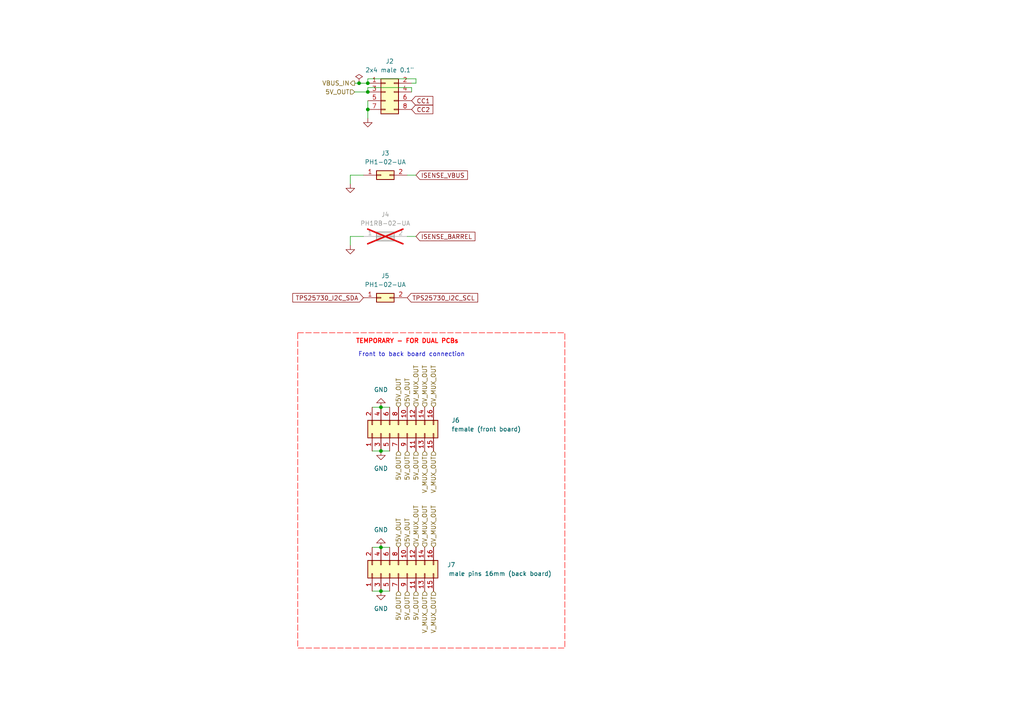
<source format=kicad_sch>
(kicad_sch (version 20231120) (generator "eeschema") (generator_version "8.0")
  (paper "A4")
  (lib_symbols
    (symbol "Connector_Generic:Conn_02x01" (pin_names (offset 1.016) hide)
      (property "Reference" "J" (at 1.27 2.54 0))
      (property "Value" "Conn_02x01" (at 1.27 -2.54 0))
      (symbol "Conn_02x01_1_1"
        (rectangle (start -1.27 0.127) (end 0 -0.127) (stroke (width 0.1524)))
        (rectangle (start -1.27 1.27) (end 3.81 -1.27) (stroke (width 0.254)) (fill (type background)))
        (rectangle (start 3.81 0.127) (end 2.54 -0.127) (stroke (width 0.1524)))
        (pin passive line (at -5.08 0 0) (length 3.81) (name "Pin_1") (number "1"))
        (pin passive line (at 7.62 0 180) (length 3.81) (name "Pin_2") (number "2"))
      )
    )
    (symbol "Connector_Generic:Conn_02x04_Odd_Even" (pin_names (offset 1.016) hide)
      (property "Reference" "J" (at 1.27 5.08 0))
      (property "Value" "Conn_02x04_Odd_Even" (at 1.27 -7.62 0))
      (symbol "Conn_02x04_Odd_Even_1_1"
        (rectangle (start -1.27 -4.953) (end 0 -5.207) (stroke (width 0.1524)))
        (rectangle (start -1.27 -2.413) (end 0 -2.667) (stroke (width 0.1524)))
        (rectangle (start -1.27 0.127) (end 0 -0.127) (stroke (width 0.1524)))
        (rectangle (start -1.27 2.667) (end 0 2.413) (stroke (width 0.1524)))
        (rectangle (start -1.27 3.81) (end 3.81 -6.35) (stroke (width 0.254)) (fill (type background)))
        (rectangle (start 3.81 -4.953) (end 2.54 -5.207) (stroke (width 0.1524)))
        (rectangle (start 3.81 -2.413) (end 2.54 -2.667) (stroke (width 0.1524)))
        (rectangle (start 3.81 0.127) (end 2.54 -0.127) (stroke (width 0.1524)))
        (rectangle (start 3.81 2.667) (end 2.54 2.413) (stroke (width 0.1524)))
        (pin passive line (at -5.08 2.54 0) (length 3.81) (name "Pin_1") (number "1"))
        (pin passive line (at 7.62 2.54 180) (length 3.81) (name "Pin_2") (number "2"))
        (pin passive line (at -5.08 0 0) (length 3.81) (name "Pin_3") (number "3"))
        (pin passive line (at 7.62 0 180) (length 3.81) (name "Pin_4") (number "4"))
        (pin passive line (at -5.08 -2.54 0) (length 3.81) (name "Pin_5") (number "5"))
        (pin passive line (at 7.62 -2.54 180) (length 3.81) (name "Pin_6") (number "6"))
        (pin passive line (at -5.08 -5.08 0) (length 3.81) (name "Pin_7") (number "7"))
        (pin passive line (at 7.62 -5.08 180) (length 3.81) (name "Pin_8") (number "8"))
      )
    )
    (symbol "Connector_Generic:Conn_02x08_Odd_Even" (pin_names (offset 1.016) hide)
      (property "Reference" "J" (at 1.27 10.16 0))
      (property "Value" "Conn_02x08_Odd_Even" (at 1.27 -12.7 0))
      (symbol "Conn_02x08_Odd_Even_1_1"
        (rectangle (start -1.27 -10.033) (end 0 -10.287) (stroke (width 0.1524)))
        (rectangle (start -1.27 -7.493) (end 0 -7.747) (stroke (width 0.1524)))
        (rectangle (start -1.27 -4.953) (end 0 -5.207) (stroke (width 0.1524)))
        (rectangle (start -1.27 -2.413) (end 0 -2.667) (stroke (width 0.1524)))
        (rectangle (start -1.27 0.127) (end 0 -0.127) (stroke (width 0.1524)))
        (rectangle (start -1.27 2.667) (end 0 2.413) (stroke (width 0.1524)))
        (rectangle (start -1.27 5.207) (end 0 4.953) (stroke (width 0.1524)))
        (rectangle (start -1.27 7.747) (end 0 7.493) (stroke (width 0.1524)))
        (rectangle (start -1.27 8.89) (end 3.81 -11.43) (stroke (width 0.254)) (fill (type background)))
        (rectangle (start 3.81 -10.033) (end 2.54 -10.287) (stroke (width 0.1524)))
        (rectangle (start 3.81 -7.493) (end 2.54 -7.747) (stroke (width 0.1524)))
        (rectangle (start 3.81 -4.953) (end 2.54 -5.207) (stroke (width 0.1524)))
        (rectangle (start 3.81 -2.413) (end 2.54 -2.667) (stroke (width 0.1524)))
        (rectangle (start 3.81 0.127) (end 2.54 -0.127) (stroke (width 0.1524)))
        (rectangle (start 3.81 2.667) (end 2.54 2.413) (stroke (width 0.1524)))
        (rectangle (start 3.81 5.207) (end 2.54 4.953) (stroke (width 0.1524)))
        (rectangle (start 3.81 7.747) (end 2.54 7.493) (stroke (width 0.1524)))
        (pin passive line (at -5.08 7.62 0) (length 3.81) (name "Pin_1") (number "1"))
        (pin passive line (at 7.62 -2.54 180) (length 3.81) (name "Pin_10") (number "10"))
        (pin passive line (at -5.08 -5.08 0) (length 3.81) (name "Pin_11") (number "11"))
        (pin passive line (at 7.62 -5.08 180) (length 3.81) (name "Pin_12") (number "12"))
        (pin passive line (at -5.08 -7.62 0) (length 3.81) (name "Pin_13") (number "13"))
        (pin passive line (at 7.62 -7.62 180) (length 3.81) (name "Pin_14") (number "14"))
        (pin passive line (at -5.08 -10.16 0) (length 3.81) (name "Pin_15") (number "15"))
        (pin passive line (at 7.62 -10.16 180) (length 3.81) (name "Pin_16") (number "16"))
        (pin passive line (at 7.62 7.62 180) (length 3.81) (name "Pin_2") (number "2"))
        (pin passive line (at -5.08 5.08 0) (length 3.81) (name "Pin_3") (number "3"))
        (pin passive line (at 7.62 5.08 180) (length 3.81) (name "Pin_4") (number "4"))
        (pin passive line (at -5.08 2.54 0) (length 3.81) (name "Pin_5") (number "5"))
        (pin passive line (at 7.62 2.54 180) (length 3.81) (name "Pin_6") (number "6"))
        (pin passive line (at -5.08 0 0) (length 3.81) (name "Pin_7") (number "7"))
        (pin passive line (at 7.62 0 180) (length 3.81) (name "Pin_8") (number "8"))
        (pin passive line (at -5.08 -2.54 0) (length 3.81) (name "Pin_9") (number "9"))
      )
    )
    (symbol "PCM_4ms_Power-symbol:PWR_FLAG" (power) (pin_numbers hide) (pin_names (offset 0) hide)
      (property "Value" "PWR_FLAG" (at 0 3.81 0))
      (symbol "PWR_FLAG_0_0"
        (pin power_out line (at 0 0 90) (length 0) (name "pwr") (number "1"))
      )
      (symbol "PWR_FLAG_0_1"
        (polyline (pts (xy 0 0) (xy 0 1.27) (xy -1.016 1.905) (xy 0 2.54) (xy 1.016 1.905) (xy 0 1.27)))
      )
    )
    (symbol "power:GND" (power) (pin_numbers hide) (pin_names (offset 0) hide)
      (property "Value" "GND" (at 0 -3.81 0))
      (symbol "GND_0_1"
        (polyline (pts (xy 0 0) (xy 0 -1.27) (xy 1.27 -1.27) (xy 0 -2.54) (xy -1.27 -1.27) (xy 0 -1.27)))
      )
      (symbol "GND_1_1"
        (pin power_in line (at 0 0 270) (length 0) (name "~") (number "1"))
      )
    )
  )
  (junction (at 104.14 24.13))
  (junction (at 106.68 24.13))
  (junction (at 110.49 158.75))
  (junction (at 106.68 26.67))
  (junction (at 106.68 31.75))
  (junction (at 110.49 171.45))
  (junction (at 110.49 130.81))
  (junction (at 110.49 118.11))
  (wire (pts (xy 101.6 50.8) (xy 105.41 50.8)))
  (wire (pts (xy 102.87 26.67) (xy 106.68 26.67)))
  (wire (pts (xy 107.95 171.45) (xy 110.49 171.45)))
  (wire (pts (xy 106.68 24.13) (xy 106.68 22.86)))
  (wire (pts (xy 110.49 130.81) (xy 113.03 130.81)))
  (wire (pts (xy 101.6 53.34) (xy 101.6 50.8)))
  (wire (pts (xy 119.38 25.4) (xy 119.38 26.67)))
  (wire (pts (xy 106.68 26.67) (xy 106.68 25.4)))
  (wire (pts (xy 106.68 29.21) (xy 106.68 31.75)))
  (wire (pts (xy 120.65 22.86) (xy 120.65 24.13)))
  (wire (pts (xy 106.68 22.86) (xy 120.65 22.86)))
  (wire (pts (xy 101.6 68.58) (xy 105.41 68.58)))
  (wire (pts (xy 107.95 158.75) (xy 110.49 158.75)))
  (wire (pts (xy 120.65 50.8) (xy 118.11 50.8)))
  (wire (pts (xy 107.95 130.81) (xy 110.49 130.81)))
  (wire (pts (xy 106.68 25.4) (xy 119.38 25.4)))
  (wire (pts (xy 101.6 71.12) (xy 101.6 68.58)))
  (wire (pts (xy 120.65 68.58) (xy 118.11 68.58)))
  (wire (pts (xy 102.87 24.13) (xy 104.14 24.13)))
  (wire (pts (xy 104.14 24.13) (xy 106.68 24.13)))
  (wire (pts (xy 119.38 24.13) (xy 120.65 24.13)))
  (wire (pts (xy 110.49 171.45) (xy 113.03 171.45)))
  (wire (pts (xy 106.68 34.29) (xy 106.68 31.75)))
  (wire (pts (xy 110.49 118.11) (xy 107.95 118.11)))
  (wire (pts (xy 110.49 118.11) (xy 113.03 118.11)))
  (wire (pts (xy 110.49 158.75) (xy 113.03 158.75)))
  (rectangle (start 86.36 96.52) (end 163.83 187.96) (stroke (width 0) (type dash) (color 255 0 0 1)))
  (text "TEMPORARY - FOR DUAL PCBs" (at 118.11 99.06 0) (effects (font (size 1.27 1.27) (thickness 0.254) (bold yes))))
  (text "Front to back board connection" (at 119.38 102.87 0) (effects (font (size 1.27 1.27))))
  (global_label "CC2" (shape input) (at 119.38 31.75 0) (property "Intersheetrefs" "${INTERSHEET_REFS}" (effects (hide yes))))
  (global_label "TPS25730_I2C_SCL" (shape input) (at 118.11 86.36 0) (property "Intersheetrefs" "${INTERSHEET_REFS}" (effects (hide yes))))
  (global_label "CC1" (shape input) (at 119.38 29.21 0) (property "Intersheetrefs" "${INTERSHEET_REFS}" (effects (hide yes))))
  (global_label "ISENSE_BARREL" (shape input) (at 120.65 68.58 0) (property "Intersheetrefs" "${INTERSHEET_REFS}" (effects (hide yes))))
  (global_label "ISENSE_VBUS" (shape input) (at 120.65 50.8 0) (property "Intersheetrefs" "${INTERSHEET_REFS}" (effects (hide yes))))
  (global_label "TPS25730_I2C_SDA" (shape input) (at 105.41 86.36 180) (property "Intersheetrefs" "${INTERSHEET_REFS}" (effects (hide yes))))
  (hierarchical_label "5V_OUT" (shape input) (at 115.57 118.11 90))
  (hierarchical_label "V_MUX_OUT" (shape input) (at 123.19 118.11 90))
  (hierarchical_label "V_MUX_OUT" (shape input) (at 120.65 158.75 90))
  (hierarchical_label "5V_OUT" (shape input) (at 118.11 130.81 270))
  (hierarchical_label "V_MUX_OUT" (shape input) (at 125.73 158.75 90))
  (hierarchical_label "5V_OUT" (shape input) (at 118.11 171.45 270))
  (hierarchical_label "5V_OUT" (shape input) (at 120.65 130.81 270))
  (hierarchical_label "5V_OUT" (shape input) (at 118.11 158.75 90))
  (hierarchical_label "5V_OUT" (shape input) (at 118.11 118.11 90))
  (hierarchical_label "5V_OUT" (shape input) (at 115.57 130.81 270))
  (hierarchical_label "5V_OUT" (shape input) (at 115.57 158.75 90))
  (hierarchical_label "V_MUX_OUT" (shape input) (at 120.65 118.11 90))
  (hierarchical_label "V_MUX_OUT" (shape input) (at 125.73 118.11 90))
  (hierarchical_label "V_MUX_OUT" (shape input) (at 123.19 171.45 270))
  (hierarchical_label "5V_OUT" (shape input) (at 102.87 26.67 180))
  (hierarchical_label "VBUS_IN" (shape output) (at 102.87 24.13 180))
  (hierarchical_label "5V_OUT" (shape input) (at 115.57 171.45 270))
  (hierarchical_label "V_MUX_OUT" (shape input) (at 123.19 158.75 90))
  (hierarchical_label "V_MUX_OUT" (shape input) (at 125.73 171.45 270))
  (hierarchical_label "V_MUX_OUT" (shape input) (at 125.73 130.81 270))
  (hierarchical_label "5V_OUT" (shape input) (at 120.65 171.45 270))
  (hierarchical_label "V_MUX_OUT" (shape input) (at 123.19 130.81 270))
  (symbol (lib_id "Connector_Generic:Conn_02x01") (at 110.49 50.8 0) (unit 1)
    (property "Reference" "J3" (at 111.76 44.45 0))
    (property "Value" "PH1-02-UA" (at 111.76 46.99 0))
    (property "Footprint" "Connector_PinHeader_2.54mm:PinHeader_2x01_P2.54mm_Vertical" (effects (hide yes)))
    (property "Datasheet" "https://app.adam-tech.com/products/download/data_sheet/201605/ph1-xx-ua-data-sheet.pdf" (effects (hide yes)))
    (property "Description" "Generic connector, double row, 02x01, this symbol is compatible with counter-clockwise, top-bottom and odd-even numbering schemes., script generated (kicad-library-utils/schlib/autogen/connector/)" (effects (hide yes)))
    (property "Digikey" "https://www.digikey.com/en/products/detail/adam-tech/PH1-02-UA/9830266" (effects (hide yes)))
    (property "Mfgr" "Adam Tech" (effects (hide yes)))
    (property "MPN" "PH1-02-UA" (effects (hide yes)))
  )
  (symbol (lib_id "Connector_Generic:Conn_02x04_Odd_Even") (at 111.76 26.67 0) (unit 1)
    (property "Reference" "J2" (at 113.03 17.78 0))
    (property "Value" "2x4 male 0.1\"" (at 113.03 20.32 0))
    (property "Footprint" "Connector_PinHeader_2.54mm:PinHeader_2x04_P2.54mm_Vertical" (effects (hide yes)))
    (property "Description" "Generic connector, double row, 02x04, odd/even pin numbering scheme (row 1 odd numbers, row 2 even numbers), script generated (kicad-library-utils/schlib/autogen/connector/)" (effects (hide yes)))
    (property "Digikey" "https://www.digikey.com/en/products/detail/adam-tech/PH2RA-08-UA/9830984" (effects (hide yes)))
    (property "MPN" "PH2RA-08-UA" (effects (hide yes)))
    (property "Mfgr" "Adam Tech" (effects (hide yes)))
  )
  (symbol (lib_id "power:GND") (at 110.49 130.81 0) (unit 1)
    (property "Reference" "#PWR052" (effects (hide yes)))
    (property "Value" "GND" (at 110.49 135.89 0))
    (property "Description" "Power symbol creates a global label with name \"GND\" , ground" (effects (hide yes)))
  )
  (symbol (lib_id "power:GND") (at 101.6 71.12 0) (unit 1)
    (property "Reference" "#PWR02" (effects (hide yes)))
    (property "Value" "GND" (effects (hide yes)))
    (property "Description" "Power symbol creates a global label with name \"GND\" , ground" (effects (hide yes)))
  )
  (symbol (lib_id "Connector_Generic:Conn_02x01") (at 110.49 86.36 0) (unit 1)
    (property "Reference" "J5" (at 111.76 80.01 0))
    (property "Value" "PH1-02-UA" (at 111.76 82.55 0))
    (property "Footprint" "Connector_PinHeader_2.54mm:PinHeader_2x01_P2.54mm_Vertical" (effects (hide yes)))
    (property "Datasheet" "https://app.adam-tech.com/products/download/data_sheet/201605/ph1-xx-ua-data-sheet.pdf" (effects (hide yes)))
    (property "Description" "Generic connector, double row, 02x01, this symbol is compatible with counter-clockwise, top-bottom and odd-even numbering schemes., script generated (kicad-library-utils/schlib/autogen/connector/)" (effects (hide yes)))
    (property "Digikey" "https://www.digikey.com/en/products/detail/adam-tech/PH1-02-UA/9830266" (effects (hide yes)))
    (property "Mfgr" "Adam Tech" (effects (hide yes)))
    (property "MPN" "PH1-02-UA" (effects (hide yes)))
  )
  (symbol (lib_id "Connector_Generic:Conn_02x08_Odd_Even") (at 115.57 166.37 90) (unit 1)
    (property "Reference" "J7" (at 132.08 163.83 90) (effects (justify left)))
    (property "Value" "male pins 16mm (back board)" (at 160.02 166.37 90) (effects (justify left)))
    (property "Footprint" "Connector_PinHeader_2.54mm:PinHeader_2x08_P2.54mm_Vertical" (effects (hide yes)))
    (property "Datasheet" "https://www.hirose.com/product/document?clcode=&productname=&series=MDF7&documenttype=Catalog&lang=en&documentid=D49417_en" (effects (hide yes)))
    (property "Description" "Generic connector, double row, 02x08, odd/even pin numbering scheme (row 1 odd numbers, row 2 even numbers), script generated (kicad-library-utils/schlib/autogen/connector/)" (effects (hide yes)))
    (property "Digikey" "https://www.digikey.com/en/products/detail/hirose-electric-co-ltd/MDF7P-16DP-2-54DSA-95/12758524" (effects (hide yes)))
    (property "Mfgr" "Hirose" (effects (hide yes)))
    (property "MPN" "MDF7P-16DP-2.54DSA(95)" (effects (hide yes)))
  )
  (symbol (lib_id "power:GND") (at 110.49 171.45 0) (unit 1)
    (property "Reference" "#PWR054" (effects (hide yes)))
    (property "Value" "GND" (at 110.49 176.53 0))
    (property "Description" "Power symbol creates a global label with name \"GND\" , ground" (effects (hide yes)))
  )
  (symbol (lib_id "power:GND") (at 110.49 158.75 180) (unit 1)
    (property "Reference" "#PWR055" (effects (hide yes)))
    (property "Value" "GND" (at 110.49 153.67 0))
    (property "Description" "Power symbol creates a global label with name \"GND\" , ground" (effects (hide yes)))
  )
  (symbol (lib_id "power:GND") (at 106.68 34.29 0) (unit 1)
    (property "Reference" "#PWR01" (effects (hide yes)))
    (property "Value" "GND" (effects (hide yes)))
    (property "Description" "Power symbol creates a global label with name \"GND\" , ground" (effects (hide yes)))
  )
  (symbol (lib_id "Connector_Generic:Conn_02x01") (at 110.49 68.58 0) (unit 1) (in_bom no) (on_board no) (dnp yes)
    (property "Reference" "J4" (at 111.76 62.23 0))
    (property "Value" "PH1RB-02-UA" (at 111.76 64.77 0))
    (property "Footprint" "Connector_PinHeader_2.54mm:PinHeader_2x01_P2.54mm_Vertical" (effects (hide yes)))
    (property "Datasheet" "https://app.adam-tech.com/products/download/data_sheet/201281/ph1rb-xx-ua-data-sheet.pdf" (effects (hide yes)))
    (property "Description" "Generic connector, double row, 02x01, this symbol is compatible with counter-clockwise, top-bottom and odd-even numbering schemes., script generated (kicad-library-utils/schlib/autogen/connector/)" (effects (hide yes)))
    (property "Digikey" "https://www.digikey.com/en/products/detail/adam-tech/PH1RB-02-UA/9830333" (effects (hide yes)))
    (property "Mfgr" "Adam Tech" (effects (hide yes)))
    (property "MPN" "PH1RB-02-UA" (effects (hide yes)))
  )
  (symbol (lib_id "PCM_4ms_Power-symbol:PWR_FLAG") (at 104.14 24.13 0) (unit 1)
    (property "Reference" "#FLG01" (effects (hide yes)))
    (property "Value" "PWR_FLAG" (effects (hide yes)))
  )
  (symbol (lib_id "Connector_Generic:Conn_02x08_Odd_Even") (at 115.57 125.73 90) (unit 1)
    (property "Reference" "J6" (at 133.35 121.92 90) (effects (justify left)))
    (property "Value" "female (front board)" (at 151.13 124.46 90) (effects (justify left)))
    (property "Footprint" "Connector_PinHeader_2.54mm:PinHeader_2x08_P2.54mm_Vertical" (effects (hide yes)))
    (property "Datasheet" "https://mm.digikey.com/Volume0/opasdata/d220001/medias/docus/937/Female_Headers.100_DS.pdf" (effects (hide yes)))
    (property "Description" "Generic connector, double row, 02x08, odd/even pin numbering scheme (row 1 odd numbers, row 2 even numbers), script generated (kicad-library-utils/schlib/autogen/connector/)" (effects (hide yes)))
    (property "Digikey" "https://www.digikey.com/en/products/detail/sullins-connector-solutions/PPPC082LFBN-RC/810248" (effects (hide yes)))
    (property "Mfgr" "Amphenol" (effects (hide yes)))
    (property "MPN" "PPPC082LFBN-RC" (effects (hide yes)))
  )
  (symbol (lib_id "power:GND") (at 110.49 118.11 180) (unit 1)
    (property "Reference" "#PWR053" (effects (hide yes)))
    (property "Value" "GND" (at 110.49 113.03 0))
    (property "Description" "Power symbol creates a global label with name \"GND\" , ground" (effects (hide yes)))
  )
  (symbol (lib_id "power:GND") (at 101.6 53.34 0) (unit 1)
    (property "Reference" "#PWR04" (effects (hide yes)))
    (property "Value" "GND" (effects (hide yes)))
    (property "Description" "Power symbol creates a global label with name \"GND\" , ground" (effects (hide yes)))
  )
)
</source>
